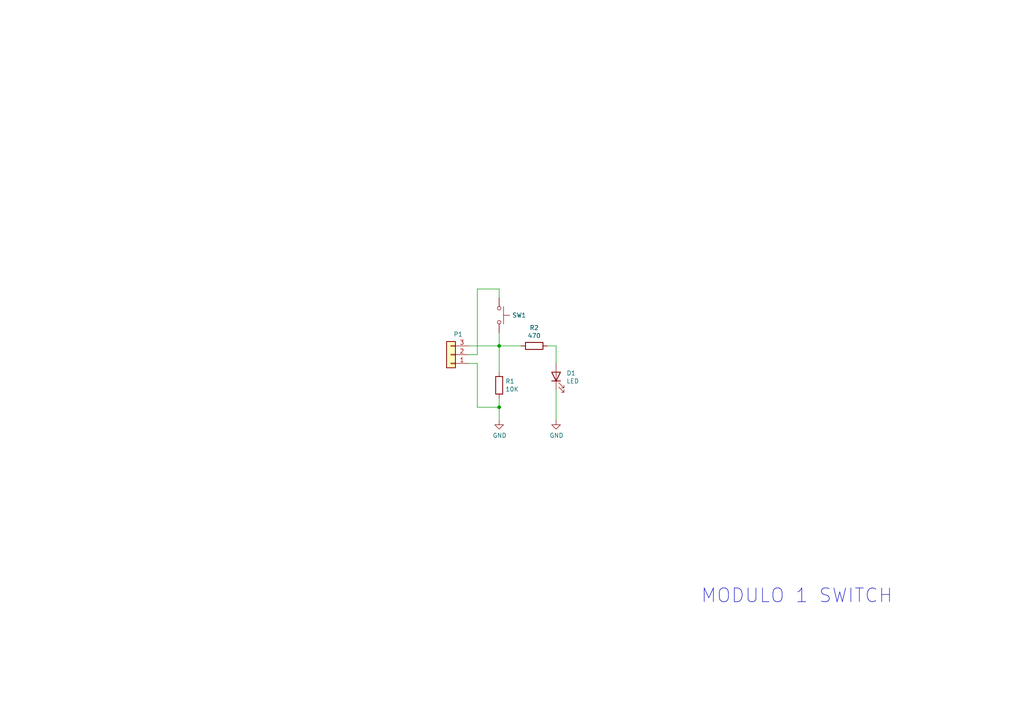
<source format=kicad_sch>
(kicad_sch (version 20250114) (generator "eeschema") (generator_version "9.0")
  (paper "A4")
  (lib_symbols
    (symbol "Connector_Generic:Conn_01x03" (pin_names (offset 1.016) (hide yes))
      (property "Reference" "J" (at 0 5.08 0))
      (property "Value" "Conn_01x03" (at 0 -5.08 0))
      (symbol "Conn_01x03_1_1"
        (rectangle (start -1.27 3.81) (end 1.27 -3.81) (stroke (width 0.254)) (fill (type background)))
        (rectangle (start -1.27 2.667) (end 0 2.413) (stroke (width 0.1524)))
        (rectangle (start -1.27 0.127) (end 0 -0.127) (stroke (width 0.1524)))
        (rectangle (start -1.27 -2.413) (end 0 -2.667) (stroke (width 0.1524)))
        (pin passive line (at -5.08 2.54 0) (length 3.81) (name "Pin_1") (number "1"))
        (pin passive line (at -5.08 0 0) (length 3.81) (name "Pin_2") (number "2"))
        (pin passive line (at -5.08 -2.54 0) (length 3.81) (name "Pin_3") (number "3"))
      )
    )
    (symbol "Device:LED" (pin_numbers (hide yes)) (pin_names (offset 1.016) (hide yes))
      (property "Reference" "D" (at 0 2.54 0))
      (property "Value" "LED" (at 0 -2.54 0))
      (symbol "LED_0_1"
        (polyline (pts (xy -3.048 -0.762) (xy -4.572 -2.286) (xy -3.81 -2.286) (xy -4.572 -2.286) (xy -4.572 -1.524)))
        (polyline (pts (xy -1.778 -0.762) (xy -3.302 -2.286) (xy -2.54 -2.286) (xy -3.302 -2.286) (xy -3.302 -1.524)))
        (polyline (pts (xy -1.27 0) (xy 1.27 0)))
        (polyline (pts (xy -1.27 -1.27) (xy -1.27 1.27)) (stroke (width 0.254)))
        (polyline (pts (xy 1.27 -1.27) (xy 1.27 1.27) (xy -1.27 0) (xy 1.27 -1.27)) (stroke (width 0.254)))
      )
      (symbol "LED_1_1"
        (pin passive line (at -3.81 0 0) (length 2.54) (name "K") (number "1"))
        (pin passive line (at 3.81 0 180) (length 2.54) (name "A") (number "2"))
      )
    )
    (symbol "Device:R" (pin_numbers (hide yes)) (pin_names (offset 0))
      (property "Reference" "R" (at 2.032 0 90))
      (property "Value" "R" (at 0 0 90))
      (symbol "R_0_1"
        (rectangle (start -1.016 -2.54) (end 1.016 2.54) (stroke (width 0.254)))
      )
      (symbol "R_1_1"
        (pin passive line (at 0 3.81 270) (length 1.27) (name "~") (number "1"))
        (pin passive line (at 0 -3.81 90) (length 1.27) (name "~") (number "2"))
      )
    )
    (symbol "Switch:SW_Push" (pin_numbers (hide yes)) (pin_names (offset 1.016) (hide yes))
      (property "Reference" "SW" (at 1.27 2.54 0))
      (property "Value" "SW_Push" (at 0 -1.524 0))
      (symbol "SW_Push_0_1"
        (circle (center -2.032 0) (radius 0.508))
        (polyline (pts (xy 0 1.27) (xy 0 3.048)))
        (circle (center 2.032 0) (radius 0.508))
        (polyline (pts (xy 2.54 1.27) (xy -2.54 1.27)))
        (pin passive line (at -5.08 0 0) (length 2.54) (name "1") (number "1"))
        (pin passive line (at 5.08 0 180) (length 2.54) (name "2") (number "2"))
      )
    )
    (symbol "power:GND" (power) (pin_numbers (hide yes)) (pin_names (offset 0) (hide yes))
      (property "Value" "GND" (at 0 -3.81 0))
      (symbol "GND_0_1"
        (polyline (pts (xy 0 0) (xy 0 -1.27) (xy 1.27 -1.27) (xy 0 -2.54) (xy -1.27 -1.27) (xy 0 -1.27)))
      )
      (symbol "GND_1_1"
        (pin power_in line (at 0 0 270) (length 0) (name "~") (number "1"))
      )
    )
  )
  (text "MODULO 1 SWITCH" (at 203.2 175.26 0) (effects (font (size 3.9878 3.9878)) (justify left bottom)))
  (junction (at 144.78 100.33))
  (junction (at 144.78 118.11))
  (wire (pts (xy 135.89 102.87) (xy 138.43 102.87)))
  (wire (pts (xy 144.78 118.11) (xy 144.78 115.57)))
  (wire (pts (xy 138.43 105.41) (xy 138.43 118.11)))
  (wire (pts (xy 138.43 102.87) (xy 138.43 83.82)))
  (wire (pts (xy 144.78 118.11) (xy 144.78 121.92)))
  (wire (pts (xy 144.78 100.33) (xy 144.78 107.95)))
  (wire (pts (xy 138.43 83.82) (xy 144.78 83.82)))
  (wire (pts (xy 161.29 100.33) (xy 161.29 105.41)))
  (wire (pts (xy 135.89 100.33) (xy 144.78 100.33)))
  (wire (pts (xy 144.78 96.52) (xy 144.78 100.33)))
  (wire (pts (xy 135.89 105.41) (xy 138.43 105.41)))
  (wire (pts (xy 144.78 86.36) (xy 144.78 83.82)))
  (wire (pts (xy 161.29 113.03) (xy 161.29 121.92)))
  (wire (pts (xy 144.78 100.33) (xy 151.13 100.33)))
  (wire (pts (xy 138.43 118.11) (xy 144.78 118.11)))
  (wire (pts (xy 158.75 100.33) (xy 161.29 100.33)))
  (symbol (lib_id "Device:R") (at 144.78 111.76 0) (unit 1)
    (property "Reference" "R1" (at 146.558 110.5916 0) (effects (justify left)))
    (property "Value" "10K" (at 146.558 112.903 0) (effects (justify left)))
    (property "Footprint" "Resistor_THT:R_Axial_DIN0204_L3.6mm_D1.6mm_P5.08mm_Horizontal" (effects (hide yes)))
  )
  (symbol (lib_id "power:GND") (at 144.78 121.92 0) (unit 1)
    (property "Reference" "#PWR0101" (effects (hide yes)))
    (property "Value" "GND" (at 144.907 126.3142 0))
  )
  (symbol (lib_id "Device:R") (at 154.94 100.33 270) (unit 1)
    (property "Reference" "R2" (at 154.94 95.0722 90))
    (property "Value" "470" (at 154.94 97.3836 90))
    (property "Footprint" "Resistor_THT:R_Axial_DIN0204_L3.6mm_D1.6mm_P5.08mm_Horizontal" (effects (hide yes)))
  )
  (symbol (lib_id "power:GND") (at 161.29 121.92 0) (unit 1)
    (property "Reference" "#PWR0102" (effects (hide yes)))
    (property "Value" "GND" (at 161.417 126.3142 0))
  )
  (symbol (lib_id "Device:LED") (at 161.29 109.22 90) (unit 1)
    (property "Reference" "D1" (at 164.2872 108.2294 90) (effects (justify right)))
    (property "Value" "LED" (at 164.2872 110.5408 90) (effects (justify right)))
    (property "Footprint" "LED_THT:LED_D3.0mm" (effects (hide yes)))
  )
  (symbol (lib_id "Switch:SW_Push") (at 144.78 91.44 270) (unit 1)
    (property "Reference" "SW1" (at 148.5392 91.44 90) (effects (justify left)))
    (property "Value" "SW_Push" (effects (hide yes)))
    (property "Footprint" "Button_Switch_THT:SW_PUSH_6mm" (effects (hide yes)))
  )
  (symbol (lib_id "Connector_Generic:Conn_01x03") (at 130.81 102.87 180) (unit 1)
    (property "Reference" "P1" (at 132.8928 96.9518 0))
    (property "Value" "Conn_01x03" (effects (hide yes)))
    (property "Footprint" "Connector_PinSocket_2.54mm:PinSocket_1x03_P2.54mm_Horizontal" (effects (hide yes)))
  )
)
</source>
